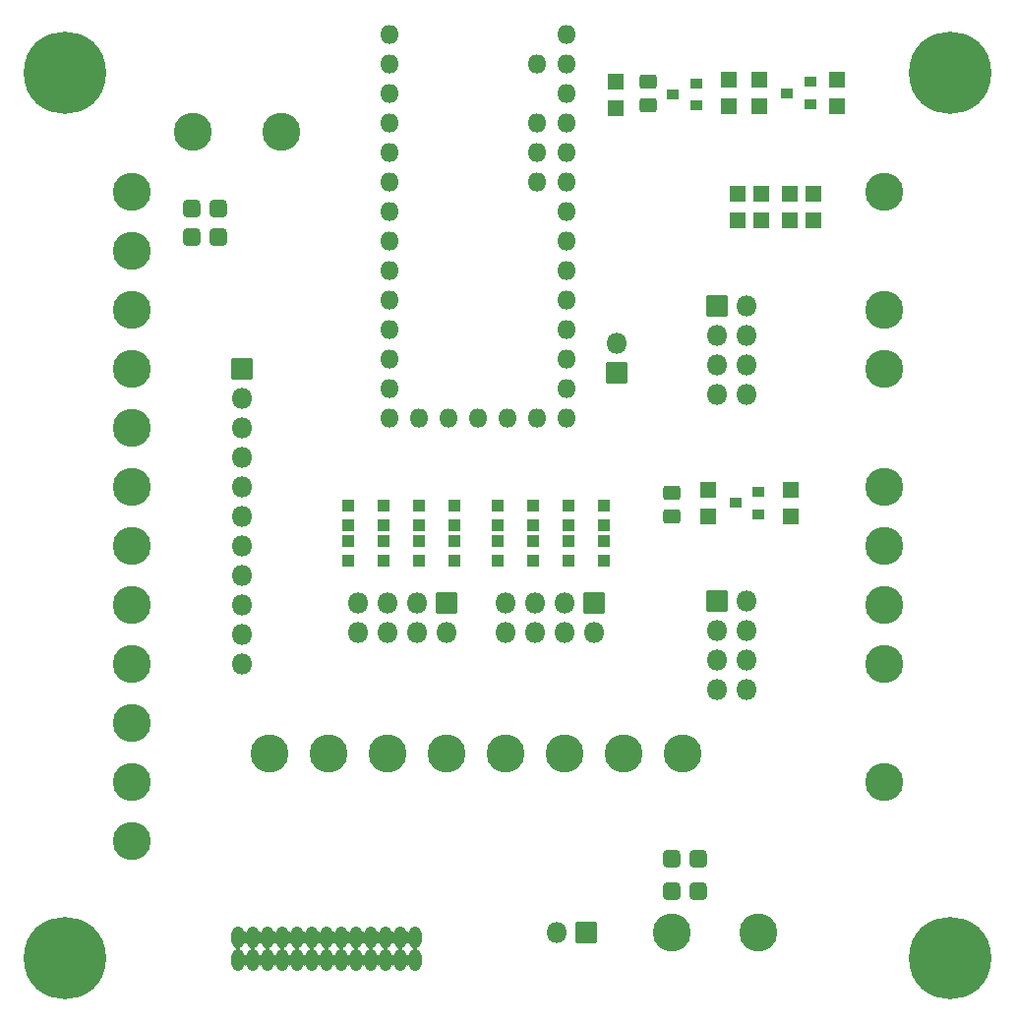
<source format=gbr>
G04 #@! TF.GenerationSoftware,KiCad,Pcbnew,(6.0.1)*
G04 #@! TF.CreationDate,2022-10-16T00:11:51-04:00*
G04 #@! TF.ProjectId,Teensy-Breakout-v6,5465656e-7379-42d4-9272-65616b6f7574,rev?*
G04 #@! TF.SameCoordinates,Original*
G04 #@! TF.FileFunction,Soldermask,Top*
G04 #@! TF.FilePolarity,Negative*
%FSLAX46Y46*%
G04 Gerber Fmt 4.6, Leading zero omitted, Abs format (unit mm)*
G04 Created by KiCad (PCBNEW (6.0.1)) date 2022-10-16 00:11:51*
%MOMM*%
%LPD*%
G01*
G04 APERTURE LIST*
G04 Aperture macros list*
%AMRoundRect*
0 Rectangle with rounded corners*
0 $1 Rounding radius*
0 $2 $3 $4 $5 $6 $7 $8 $9 X,Y pos of 4 corners*
0 Add a 4 corners polygon primitive as box body*
4,1,4,$2,$3,$4,$5,$6,$7,$8,$9,$2,$3,0*
0 Add four circle primitives for the rounded corners*
1,1,$1+$1,$2,$3*
1,1,$1+$1,$4,$5*
1,1,$1+$1,$6,$7*
1,1,$1+$1,$8,$9*
0 Add four rect primitives between the rounded corners*
20,1,$1+$1,$2,$3,$4,$5,0*
20,1,$1+$1,$4,$5,$6,$7,0*
20,1,$1+$1,$6,$7,$8,$9,0*
20,1,$1+$1,$8,$9,$2,$3,0*%
G04 Aperture macros list end*
%ADD10RoundRect,0.050800X-0.450000X0.475000X-0.450000X-0.475000X0.450000X-0.475000X0.450000X0.475000X0*%
%ADD11RoundRect,0.300800X-0.450000X0.325000X-0.450000X-0.325000X0.450000X-0.325000X0.450000X0.325000X0*%
%ADD12RoundRect,0.050800X0.450000X0.400000X-0.450000X0.400000X-0.450000X-0.400000X0.450000X-0.400000X0*%
%ADD13RoundRect,0.050800X0.650000X-0.650000X0.650000X0.650000X-0.650000X0.650000X-0.650000X-0.650000X0*%
%ADD14RoundRect,0.050800X-0.650000X0.650000X-0.650000X-0.650000X0.650000X-0.650000X0.650000X0.650000X0*%
%ADD15C,7.086600*%
%ADD16C,3.276600*%
%ADD17RoundRect,0.300800X0.450000X-0.325000X0.450000X0.325000X-0.450000X0.325000X-0.450000X-0.325000X0*%
%ADD18O,1.625600X1.625600*%
%ADD19RoundRect,0.353949X-0.395351X-0.395351X0.395351X-0.395351X0.395351X0.395351X-0.395351X0.395351X0*%
%ADD20O,1.117600X1.879600*%
%ADD21RoundRect,0.050800X-0.850000X-0.850000X0.850000X-0.850000X0.850000X0.850000X-0.850000X0.850000X0*%
%ADD22O,1.801600X1.801600*%
%ADD23RoundRect,0.050800X-0.850000X0.850000X-0.850000X-0.850000X0.850000X-0.850000X0.850000X0.850000X0*%
%ADD24RoundRect,0.050800X0.850000X0.850000X-0.850000X0.850000X-0.850000X-0.850000X0.850000X-0.850000X0*%
G04 APERTURE END LIST*
D10*
X110617000Y-104824000D03*
X110617000Y-103124000D03*
D11*
X135382000Y-98987500D03*
X135382000Y-101037500D03*
D12*
X137462199Y-63744099D03*
X137462199Y-65644099D03*
X135462199Y-64694099D03*
D13*
X138557000Y-101035500D03*
X138557000Y-98735500D03*
D14*
X145669000Y-98735500D03*
X145669000Y-101035500D03*
X140284200Y-63454900D03*
X140284200Y-65754900D03*
D15*
X83185000Y-139065000D03*
D16*
X135382000Y-136842500D03*
D17*
X133350000Y-65604500D03*
X133350000Y-63554500D03*
D16*
X142875000Y-136842500D03*
D13*
X145542000Y-75572000D03*
X145542000Y-73272000D03*
D18*
X111125000Y-59499500D03*
X111125000Y-62039500D03*
X111125000Y-64579500D03*
X111125000Y-67119500D03*
X111125000Y-69659500D03*
X111125000Y-72199500D03*
X111125000Y-74739500D03*
X111125000Y-77279500D03*
X111125000Y-79819500D03*
X111125000Y-82359500D03*
X111125000Y-84899500D03*
X111125000Y-87439500D03*
X111125000Y-89979500D03*
X111125000Y-92519500D03*
X113665000Y-92519500D03*
X116205000Y-92519500D03*
X118745000Y-92519500D03*
X121285000Y-92519500D03*
X123825000Y-92519500D03*
X126365000Y-92519500D03*
X126365000Y-89979500D03*
X126365000Y-87439500D03*
X126365000Y-84899500D03*
X126365000Y-82359500D03*
X126365000Y-79819500D03*
X126365000Y-77279500D03*
X126365000Y-74739500D03*
X126365000Y-72199500D03*
X126365000Y-69659500D03*
X126365000Y-67119500D03*
X126365000Y-64579500D03*
X126365000Y-62039500D03*
X126365000Y-59499500D03*
X123825000Y-62039500D03*
X123825000Y-67119500D03*
X123825000Y-69659500D03*
X123825000Y-72199500D03*
D16*
X153670000Y-98488500D03*
X153670000Y-88328500D03*
X153670000Y-83248500D03*
X153670000Y-108648500D03*
X153670000Y-103568500D03*
X88900000Y-123888500D03*
X88900000Y-118808500D03*
X88900000Y-113728500D03*
X88900000Y-108648500D03*
X88900000Y-103568500D03*
X88900000Y-98488500D03*
X88900000Y-93408500D03*
X88900000Y-88328500D03*
X88900000Y-83248500D03*
X88900000Y-78168500D03*
D19*
X135382000Y-130492500D03*
X137668000Y-130492500D03*
X135382000Y-133286500D03*
X137668000Y-133286500D03*
D13*
X141097000Y-75572000D03*
X141097000Y-73272000D03*
D14*
X130556000Y-63556500D03*
X130556000Y-65856500D03*
D13*
X142925800Y-65754900D03*
X142925800Y-63454900D03*
D12*
X147304000Y-63629500D03*
X147304000Y-65529500D03*
X145304000Y-64579500D03*
X142859000Y-98916501D03*
X142859000Y-100816501D03*
X140859000Y-99866501D03*
D20*
X113284000Y-137248900D03*
X113284000Y-139230100D03*
X112014000Y-137248900D03*
X112014000Y-139230100D03*
X110744000Y-137248900D03*
X110744000Y-139230100D03*
X109474000Y-137248900D03*
X109474000Y-139230100D03*
X108204000Y-137248900D03*
X108204000Y-139230100D03*
X106934000Y-137248900D03*
X106934000Y-139230100D03*
X105664000Y-137248900D03*
X105664000Y-139230100D03*
X104394000Y-137248900D03*
X104394000Y-139230100D03*
X103124000Y-137248900D03*
X103124000Y-139230100D03*
X101854000Y-137248900D03*
X101854000Y-139230100D03*
X100584000Y-137248900D03*
X100584000Y-139230100D03*
X99314000Y-137248900D03*
X99314000Y-139230100D03*
X98044000Y-137248900D03*
X98044000Y-139230100D03*
D16*
X88900000Y-128968500D03*
X153670000Y-73088500D03*
X88900000Y-73088500D03*
D15*
X83185000Y-62865000D03*
X159385000Y-139065000D03*
X159385000Y-62865000D03*
D16*
X153670000Y-123888500D03*
X153670000Y-113728500D03*
D13*
X149606000Y-65729500D03*
X149606000Y-63429500D03*
D21*
X139319000Y-82867500D03*
D22*
X141859000Y-82867500D03*
X139319000Y-85407500D03*
X141859000Y-85407500D03*
X139319000Y-87947500D03*
X141859000Y-87947500D03*
X139319000Y-90487500D03*
X141859000Y-90487500D03*
D21*
X139319000Y-108267500D03*
D22*
X141859000Y-108267500D03*
X139319000Y-110807500D03*
X141859000Y-110807500D03*
X139319000Y-113347500D03*
X141859000Y-113347500D03*
X139319000Y-115887500D03*
X141859000Y-115887500D03*
D21*
X98425000Y-88328500D03*
D22*
X98425000Y-90868500D03*
X98425000Y-93408500D03*
X98425000Y-95948500D03*
X98425000Y-98488500D03*
X98425000Y-101028500D03*
X98425000Y-103568500D03*
X98425000Y-106108500D03*
X98425000Y-108648500D03*
X98425000Y-111188500D03*
X98425000Y-113728500D03*
D23*
X128016000Y-136842500D03*
D22*
X125476000Y-136842500D03*
D10*
X107569000Y-101776000D03*
X107569000Y-100076000D03*
D23*
X128704500Y-108453000D03*
D22*
X128704500Y-110993000D03*
X126164500Y-108453000D03*
X126164500Y-110993000D03*
X123624500Y-108453000D03*
X123624500Y-110993000D03*
X121084500Y-108453000D03*
X121084500Y-110993000D03*
D16*
X100787200Y-121412000D03*
X110947200Y-121412000D03*
D19*
X94107000Y-74549000D03*
X96393000Y-74549000D03*
D10*
X116713000Y-103124000D03*
X116713000Y-104824000D03*
D16*
X136347200Y-121412000D03*
D10*
X113665000Y-100076000D03*
X113665000Y-101776000D03*
D16*
X101750000Y-67945000D03*
D13*
X143129000Y-75572000D03*
X143129000Y-73272000D03*
D10*
X120396000Y-101776000D03*
X120396000Y-100076000D03*
X129540000Y-101776000D03*
X129540000Y-100076000D03*
X116713000Y-100076000D03*
X116713000Y-101776000D03*
D16*
X121107200Y-121412000D03*
X94130000Y-67945000D03*
D10*
X110617000Y-101776000D03*
X110617000Y-100076000D03*
D13*
X147574000Y-75572000D03*
X147574000Y-73272000D03*
D22*
X108384500Y-110993000D03*
X108384500Y-108453000D03*
X110924500Y-110993000D03*
X110924500Y-108453000D03*
X113464500Y-110993000D03*
X113464500Y-108453000D03*
X116004500Y-110993000D03*
D23*
X116004500Y-108453000D03*
D16*
X105867200Y-121412000D03*
D10*
X123444000Y-100076000D03*
X123444000Y-101776000D03*
X126492000Y-100076000D03*
X126492000Y-101776000D03*
D16*
X131267200Y-121412000D03*
D10*
X120396000Y-104824000D03*
X120396000Y-103124000D03*
X107569000Y-104824000D03*
X107569000Y-103124000D03*
D16*
X116027200Y-121412000D03*
X126187200Y-121412000D03*
D10*
X129540000Y-104824000D03*
X129540000Y-103124000D03*
X123444000Y-104824000D03*
X123444000Y-103124000D03*
X126492000Y-104824000D03*
X126492000Y-103124000D03*
D24*
X130683000Y-88646000D03*
D22*
X130683000Y-86106000D03*
D19*
X94107000Y-76962000D03*
X96393000Y-76962000D03*
D10*
X113665000Y-104824000D03*
X113665000Y-103124000D03*
G36*
X101332009Y-138665530D02*
G01*
X101332369Y-138667338D01*
X101303175Y-138767826D01*
X101297200Y-138849178D01*
X101297200Y-139610968D01*
X101316244Y-139749991D01*
X101315489Y-139751842D01*
X101313507Y-139752114D01*
X101312702Y-139751512D01*
X101273985Y-139703185D01*
X101214672Y-139686959D01*
X101157096Y-139708715D01*
X101126467Y-139750411D01*
X101109415Y-139794147D01*
X101107855Y-139795397D01*
X101105991Y-139794670D01*
X101105631Y-139792862D01*
X101134825Y-139692374D01*
X101140800Y-139611022D01*
X101140800Y-138849232D01*
X101121756Y-138710209D01*
X101122511Y-138708358D01*
X101124493Y-138708086D01*
X101125298Y-138708688D01*
X101164015Y-138757015D01*
X101223328Y-138773241D01*
X101280904Y-138751485D01*
X101311533Y-138709789D01*
X101328585Y-138666053D01*
X101330145Y-138664803D01*
X101332009Y-138665530D01*
G37*
G36*
X100062009Y-138665530D02*
G01*
X100062369Y-138667338D01*
X100033175Y-138767826D01*
X100027200Y-138849178D01*
X100027200Y-139610968D01*
X100046244Y-139749991D01*
X100045489Y-139751842D01*
X100043507Y-139752114D01*
X100042702Y-139751512D01*
X100003985Y-139703185D01*
X99944672Y-139686959D01*
X99887096Y-139708715D01*
X99856467Y-139750411D01*
X99839415Y-139794147D01*
X99837855Y-139795397D01*
X99835991Y-139794670D01*
X99835631Y-139792862D01*
X99864825Y-139692374D01*
X99870800Y-139611022D01*
X99870800Y-138849232D01*
X99851756Y-138710209D01*
X99852511Y-138708358D01*
X99854493Y-138708086D01*
X99855298Y-138708688D01*
X99894015Y-138757015D01*
X99953328Y-138773241D01*
X100010904Y-138751485D01*
X100041533Y-138709789D01*
X100058585Y-138666053D01*
X100060145Y-138664803D01*
X100062009Y-138665530D01*
G37*
G36*
X112762009Y-138665530D02*
G01*
X112762369Y-138667338D01*
X112733175Y-138767826D01*
X112727200Y-138849178D01*
X112727200Y-139610968D01*
X112746244Y-139749991D01*
X112745489Y-139751842D01*
X112743507Y-139752114D01*
X112742702Y-139751512D01*
X112703985Y-139703185D01*
X112644672Y-139686959D01*
X112587096Y-139708715D01*
X112556467Y-139750411D01*
X112539415Y-139794147D01*
X112537855Y-139795397D01*
X112535991Y-139794670D01*
X112535631Y-139792862D01*
X112564825Y-139692374D01*
X112570800Y-139611022D01*
X112570800Y-138849232D01*
X112551756Y-138710209D01*
X112552511Y-138708358D01*
X112554493Y-138708086D01*
X112555298Y-138708688D01*
X112594015Y-138757015D01*
X112653328Y-138773241D01*
X112710904Y-138751485D01*
X112741533Y-138709789D01*
X112758585Y-138666053D01*
X112760145Y-138664803D01*
X112762009Y-138665530D01*
G37*
G36*
X98792009Y-138665530D02*
G01*
X98792369Y-138667338D01*
X98763175Y-138767826D01*
X98757200Y-138849178D01*
X98757200Y-139610968D01*
X98776244Y-139749991D01*
X98775489Y-139751842D01*
X98773507Y-139752114D01*
X98772702Y-139751512D01*
X98733985Y-139703185D01*
X98674672Y-139686959D01*
X98617096Y-139708715D01*
X98586467Y-139750411D01*
X98569415Y-139794147D01*
X98567855Y-139795397D01*
X98565991Y-139794670D01*
X98565631Y-139792862D01*
X98594825Y-139692374D01*
X98600800Y-139611022D01*
X98600800Y-138849232D01*
X98581756Y-138710209D01*
X98582511Y-138708358D01*
X98584493Y-138708086D01*
X98585298Y-138708688D01*
X98624015Y-138757015D01*
X98683328Y-138773241D01*
X98740904Y-138751485D01*
X98771533Y-138709789D01*
X98788585Y-138666053D01*
X98790145Y-138664803D01*
X98792009Y-138665530D01*
G37*
G36*
X111492009Y-138665530D02*
G01*
X111492369Y-138667338D01*
X111463175Y-138767826D01*
X111457200Y-138849178D01*
X111457200Y-139610968D01*
X111476244Y-139749991D01*
X111475489Y-139751842D01*
X111473507Y-139752114D01*
X111472702Y-139751512D01*
X111433985Y-139703185D01*
X111374672Y-139686959D01*
X111317096Y-139708715D01*
X111286467Y-139750411D01*
X111269415Y-139794147D01*
X111267855Y-139795397D01*
X111265991Y-139794670D01*
X111265631Y-139792862D01*
X111294825Y-139692374D01*
X111300800Y-139611022D01*
X111300800Y-138849232D01*
X111281756Y-138710209D01*
X111282511Y-138708358D01*
X111284493Y-138708086D01*
X111285298Y-138708688D01*
X111324015Y-138757015D01*
X111383328Y-138773241D01*
X111440904Y-138751485D01*
X111471533Y-138709789D01*
X111488585Y-138666053D01*
X111490145Y-138664803D01*
X111492009Y-138665530D01*
G37*
G36*
X106412009Y-138665530D02*
G01*
X106412369Y-138667338D01*
X106383175Y-138767826D01*
X106377200Y-138849178D01*
X106377200Y-139610968D01*
X106396244Y-139749991D01*
X106395489Y-139751842D01*
X106393507Y-139752114D01*
X106392702Y-139751512D01*
X106353985Y-139703185D01*
X106294672Y-139686959D01*
X106237096Y-139708715D01*
X106206467Y-139750411D01*
X106189415Y-139794147D01*
X106187855Y-139795397D01*
X106185991Y-139794670D01*
X106185631Y-139792862D01*
X106214825Y-139692374D01*
X106220800Y-139611022D01*
X106220800Y-138849232D01*
X106201756Y-138710209D01*
X106202511Y-138708358D01*
X106204493Y-138708086D01*
X106205298Y-138708688D01*
X106244015Y-138757015D01*
X106303328Y-138773241D01*
X106360904Y-138751485D01*
X106391533Y-138709789D01*
X106408585Y-138666053D01*
X106410145Y-138664803D01*
X106412009Y-138665530D01*
G37*
G36*
X107682009Y-138665530D02*
G01*
X107682369Y-138667338D01*
X107653175Y-138767826D01*
X107647200Y-138849178D01*
X107647200Y-139610968D01*
X107666244Y-139749991D01*
X107665489Y-139751842D01*
X107663507Y-139752114D01*
X107662702Y-139751512D01*
X107623985Y-139703185D01*
X107564672Y-139686959D01*
X107507096Y-139708715D01*
X107476467Y-139750411D01*
X107459415Y-139794147D01*
X107457855Y-139795397D01*
X107455991Y-139794670D01*
X107455631Y-139792862D01*
X107484825Y-139692374D01*
X107490800Y-139611022D01*
X107490800Y-138849232D01*
X107471756Y-138710209D01*
X107472511Y-138708358D01*
X107474493Y-138708086D01*
X107475298Y-138708688D01*
X107514015Y-138757015D01*
X107573328Y-138773241D01*
X107630904Y-138751485D01*
X107661533Y-138709789D01*
X107678585Y-138666053D01*
X107680145Y-138664803D01*
X107682009Y-138665530D01*
G37*
G36*
X108952009Y-138665530D02*
G01*
X108952369Y-138667338D01*
X108923175Y-138767826D01*
X108917200Y-138849178D01*
X108917200Y-139610968D01*
X108936244Y-139749991D01*
X108935489Y-139751842D01*
X108933507Y-139752114D01*
X108932702Y-139751512D01*
X108893985Y-139703185D01*
X108834672Y-139686959D01*
X108777096Y-139708715D01*
X108746467Y-139750411D01*
X108729415Y-139794147D01*
X108727855Y-139795397D01*
X108725991Y-139794670D01*
X108725631Y-139792862D01*
X108754825Y-139692374D01*
X108760800Y-139611022D01*
X108760800Y-138849232D01*
X108741756Y-138710209D01*
X108742511Y-138708358D01*
X108744493Y-138708086D01*
X108745298Y-138708688D01*
X108784015Y-138757015D01*
X108843328Y-138773241D01*
X108900904Y-138751485D01*
X108931533Y-138709789D01*
X108948585Y-138666053D01*
X108950145Y-138664803D01*
X108952009Y-138665530D01*
G37*
G36*
X103872009Y-138665530D02*
G01*
X103872369Y-138667338D01*
X103843175Y-138767826D01*
X103837200Y-138849178D01*
X103837200Y-139610968D01*
X103856244Y-139749991D01*
X103855489Y-139751842D01*
X103853507Y-139752114D01*
X103852702Y-139751512D01*
X103813985Y-139703185D01*
X103754672Y-139686959D01*
X103697096Y-139708715D01*
X103666467Y-139750411D01*
X103649415Y-139794147D01*
X103647855Y-139795397D01*
X103645991Y-139794670D01*
X103645631Y-139792862D01*
X103674825Y-139692374D01*
X103680800Y-139611022D01*
X103680800Y-138849232D01*
X103661756Y-138710209D01*
X103662511Y-138708358D01*
X103664493Y-138708086D01*
X103665298Y-138708688D01*
X103704015Y-138757015D01*
X103763328Y-138773241D01*
X103820904Y-138751485D01*
X103851533Y-138709789D01*
X103868585Y-138666053D01*
X103870145Y-138664803D01*
X103872009Y-138665530D01*
G37*
G36*
X110222009Y-138665530D02*
G01*
X110222369Y-138667338D01*
X110193175Y-138767826D01*
X110187200Y-138849178D01*
X110187200Y-139610968D01*
X110206244Y-139749991D01*
X110205489Y-139751842D01*
X110203507Y-139752114D01*
X110202702Y-139751512D01*
X110163985Y-139703185D01*
X110104672Y-139686959D01*
X110047096Y-139708715D01*
X110016467Y-139750411D01*
X109999415Y-139794147D01*
X109997855Y-139795397D01*
X109995991Y-139794670D01*
X109995631Y-139792862D01*
X110024825Y-139692374D01*
X110030800Y-139611022D01*
X110030800Y-138849232D01*
X110011756Y-138710209D01*
X110012511Y-138708358D01*
X110014493Y-138708086D01*
X110015298Y-138708688D01*
X110054015Y-138757015D01*
X110113328Y-138773241D01*
X110170904Y-138751485D01*
X110201533Y-138709789D01*
X110218585Y-138666053D01*
X110220145Y-138664803D01*
X110222009Y-138665530D01*
G37*
G36*
X105142009Y-138665530D02*
G01*
X105142369Y-138667338D01*
X105113175Y-138767826D01*
X105107200Y-138849178D01*
X105107200Y-139610968D01*
X105126244Y-139749991D01*
X105125489Y-139751842D01*
X105123507Y-139752114D01*
X105122702Y-139751512D01*
X105083985Y-139703185D01*
X105024672Y-139686959D01*
X104967096Y-139708715D01*
X104936467Y-139750411D01*
X104919415Y-139794147D01*
X104917855Y-139795397D01*
X104915991Y-139794670D01*
X104915631Y-139792862D01*
X104944825Y-139692374D01*
X104950800Y-139611022D01*
X104950800Y-138849232D01*
X104931756Y-138710209D01*
X104932511Y-138708358D01*
X104934493Y-138708086D01*
X104935298Y-138708688D01*
X104974015Y-138757015D01*
X105033328Y-138773241D01*
X105090904Y-138751485D01*
X105121533Y-138709789D01*
X105138585Y-138666053D01*
X105140145Y-138664803D01*
X105142009Y-138665530D01*
G37*
G36*
X102602009Y-138665530D02*
G01*
X102602369Y-138667338D01*
X102573175Y-138767826D01*
X102567200Y-138849178D01*
X102567200Y-139610968D01*
X102586244Y-139749991D01*
X102585489Y-139751842D01*
X102583507Y-139752114D01*
X102582702Y-139751512D01*
X102543985Y-139703185D01*
X102484672Y-139686959D01*
X102427096Y-139708715D01*
X102396467Y-139750411D01*
X102379415Y-139794147D01*
X102377855Y-139795397D01*
X102375991Y-139794670D01*
X102375631Y-139792862D01*
X102404825Y-139692374D01*
X102410800Y-139611022D01*
X102410800Y-138849232D01*
X102391756Y-138710209D01*
X102392511Y-138708358D01*
X102394493Y-138708086D01*
X102395298Y-138708688D01*
X102434015Y-138757015D01*
X102493328Y-138773241D01*
X102550904Y-138751485D01*
X102581533Y-138709789D01*
X102598585Y-138666053D01*
X102600145Y-138664803D01*
X102602009Y-138665530D01*
G37*
G36*
X108518852Y-138089706D02*
G01*
X108519760Y-138091488D01*
X108519079Y-138092889D01*
X108518992Y-138092965D01*
X108518593Y-138093236D01*
X108407680Y-138150483D01*
X108364190Y-138194431D01*
X108354888Y-138255215D01*
X108383174Y-138310017D01*
X108406599Y-138327224D01*
X108431941Y-138340642D01*
X108433004Y-138342337D01*
X108432068Y-138344104D01*
X108430328Y-138344292D01*
X108319762Y-138304486D01*
X108169040Y-138293418D01*
X108020892Y-138323289D01*
X107891145Y-138389399D01*
X107889148Y-138389294D01*
X107888240Y-138387512D01*
X107888921Y-138386111D01*
X107889008Y-138386035D01*
X107889407Y-138385764D01*
X108000320Y-138328517D01*
X108043810Y-138284569D01*
X108053112Y-138223785D01*
X108024826Y-138168983D01*
X108001401Y-138151776D01*
X107976059Y-138138358D01*
X107974996Y-138136663D01*
X107975932Y-138134896D01*
X107977672Y-138134708D01*
X108088238Y-138174514D01*
X108238960Y-138185582D01*
X108387108Y-138155711D01*
X108516855Y-138089601D01*
X108518852Y-138089706D01*
G37*
G36*
X112328852Y-138089706D02*
G01*
X112329760Y-138091488D01*
X112329079Y-138092889D01*
X112328992Y-138092965D01*
X112328593Y-138093236D01*
X112217680Y-138150483D01*
X112174190Y-138194431D01*
X112164888Y-138255215D01*
X112193174Y-138310017D01*
X112216599Y-138327224D01*
X112241941Y-138340642D01*
X112243004Y-138342337D01*
X112242068Y-138344104D01*
X112240328Y-138344292D01*
X112129762Y-138304486D01*
X111979040Y-138293418D01*
X111830892Y-138323289D01*
X111701145Y-138389399D01*
X111699148Y-138389294D01*
X111698240Y-138387512D01*
X111698921Y-138386111D01*
X111699008Y-138386035D01*
X111699407Y-138385764D01*
X111810320Y-138328517D01*
X111853810Y-138284569D01*
X111863112Y-138223785D01*
X111834826Y-138168983D01*
X111811401Y-138151776D01*
X111786059Y-138138358D01*
X111784996Y-138136663D01*
X111785932Y-138134896D01*
X111787672Y-138134708D01*
X111898238Y-138174514D01*
X112048960Y-138185582D01*
X112197108Y-138155711D01*
X112326855Y-138089601D01*
X112328852Y-138089706D01*
G37*
G36*
X113598852Y-138089706D02*
G01*
X113599760Y-138091488D01*
X113599079Y-138092889D01*
X113598992Y-138092965D01*
X113598593Y-138093236D01*
X113487680Y-138150483D01*
X113444190Y-138194431D01*
X113434888Y-138255215D01*
X113463174Y-138310017D01*
X113486599Y-138327224D01*
X113511941Y-138340642D01*
X113513004Y-138342337D01*
X113512068Y-138344104D01*
X113510328Y-138344292D01*
X113399762Y-138304486D01*
X113249040Y-138293418D01*
X113100892Y-138323289D01*
X112971145Y-138389399D01*
X112969148Y-138389294D01*
X112968240Y-138387512D01*
X112968921Y-138386111D01*
X112969008Y-138386035D01*
X112969407Y-138385764D01*
X113080320Y-138328517D01*
X113123810Y-138284569D01*
X113133112Y-138223785D01*
X113104826Y-138168983D01*
X113081401Y-138151776D01*
X113056059Y-138138358D01*
X113054996Y-138136663D01*
X113055932Y-138134896D01*
X113057672Y-138134708D01*
X113168238Y-138174514D01*
X113318960Y-138185582D01*
X113467108Y-138155711D01*
X113596855Y-138089601D01*
X113598852Y-138089706D01*
G37*
G36*
X103438852Y-138089706D02*
G01*
X103439760Y-138091488D01*
X103439079Y-138092889D01*
X103438992Y-138092965D01*
X103438593Y-138093236D01*
X103327680Y-138150483D01*
X103284190Y-138194431D01*
X103274888Y-138255215D01*
X103303174Y-138310017D01*
X103326599Y-138327224D01*
X103351941Y-138340642D01*
X103353004Y-138342337D01*
X103352068Y-138344104D01*
X103350328Y-138344292D01*
X103239762Y-138304486D01*
X103089040Y-138293418D01*
X102940892Y-138323289D01*
X102811145Y-138389399D01*
X102809148Y-138389294D01*
X102808240Y-138387512D01*
X102808921Y-138386111D01*
X102809008Y-138386035D01*
X102809407Y-138385764D01*
X102920320Y-138328517D01*
X102963810Y-138284569D01*
X102973112Y-138223785D01*
X102944826Y-138168983D01*
X102921401Y-138151776D01*
X102896059Y-138138358D01*
X102894996Y-138136663D01*
X102895932Y-138134896D01*
X102897672Y-138134708D01*
X103008238Y-138174514D01*
X103158960Y-138185582D01*
X103307108Y-138155711D01*
X103436855Y-138089601D01*
X103438852Y-138089706D01*
G37*
G36*
X107248852Y-138089706D02*
G01*
X107249760Y-138091488D01*
X107249079Y-138092889D01*
X107248992Y-138092965D01*
X107248593Y-138093236D01*
X107137680Y-138150483D01*
X107094190Y-138194431D01*
X107084888Y-138255215D01*
X107113174Y-138310017D01*
X107136599Y-138327224D01*
X107161941Y-138340642D01*
X107163004Y-138342337D01*
X107162068Y-138344104D01*
X107160328Y-138344292D01*
X107049762Y-138304486D01*
X106899040Y-138293418D01*
X106750892Y-138323289D01*
X106621145Y-138389399D01*
X106619148Y-138389294D01*
X106618240Y-138387512D01*
X106618921Y-138386111D01*
X106619008Y-138386035D01*
X106619407Y-138385764D01*
X106730320Y-138328517D01*
X106773810Y-138284569D01*
X106783112Y-138223785D01*
X106754826Y-138168983D01*
X106731401Y-138151776D01*
X106706059Y-138138358D01*
X106704996Y-138136663D01*
X106705932Y-138134896D01*
X106707672Y-138134708D01*
X106818238Y-138174514D01*
X106968960Y-138185582D01*
X107117108Y-138155711D01*
X107246855Y-138089601D01*
X107248852Y-138089706D01*
G37*
G36*
X109788852Y-138089706D02*
G01*
X109789760Y-138091488D01*
X109789079Y-138092889D01*
X109788992Y-138092965D01*
X109788593Y-138093236D01*
X109677680Y-138150483D01*
X109634190Y-138194431D01*
X109624888Y-138255215D01*
X109653174Y-138310017D01*
X109676599Y-138327224D01*
X109701941Y-138340642D01*
X109703004Y-138342337D01*
X109702068Y-138344104D01*
X109700328Y-138344292D01*
X109589762Y-138304486D01*
X109439040Y-138293418D01*
X109290892Y-138323289D01*
X109161145Y-138389399D01*
X109159148Y-138389294D01*
X109158240Y-138387512D01*
X109158921Y-138386111D01*
X109159008Y-138386035D01*
X109159407Y-138385764D01*
X109270320Y-138328517D01*
X109313810Y-138284569D01*
X109323112Y-138223785D01*
X109294826Y-138168983D01*
X109271401Y-138151776D01*
X109246059Y-138138358D01*
X109244996Y-138136663D01*
X109245932Y-138134896D01*
X109247672Y-138134708D01*
X109358238Y-138174514D01*
X109508960Y-138185582D01*
X109657108Y-138155711D01*
X109786855Y-138089601D01*
X109788852Y-138089706D01*
G37*
G36*
X105978852Y-138089706D02*
G01*
X105979760Y-138091488D01*
X105979079Y-138092889D01*
X105978992Y-138092965D01*
X105978593Y-138093236D01*
X105867680Y-138150483D01*
X105824190Y-138194431D01*
X105814888Y-138255215D01*
X105843174Y-138310017D01*
X105866599Y-138327224D01*
X105891941Y-138340642D01*
X105893004Y-138342337D01*
X105892068Y-138344104D01*
X105890328Y-138344292D01*
X105779762Y-138304486D01*
X105629040Y-138293418D01*
X105480892Y-138323289D01*
X105351145Y-138389399D01*
X105349148Y-138389294D01*
X105348240Y-138387512D01*
X105348921Y-138386111D01*
X105349008Y-138386035D01*
X105349407Y-138385764D01*
X105460320Y-138328517D01*
X105503810Y-138284569D01*
X105513112Y-138223785D01*
X105484826Y-138168983D01*
X105461401Y-138151776D01*
X105436059Y-138138358D01*
X105434996Y-138136663D01*
X105435932Y-138134896D01*
X105437672Y-138134708D01*
X105548238Y-138174514D01*
X105698960Y-138185582D01*
X105847108Y-138155711D01*
X105976855Y-138089601D01*
X105978852Y-138089706D01*
G37*
G36*
X102168852Y-138089706D02*
G01*
X102169760Y-138091488D01*
X102169079Y-138092889D01*
X102168992Y-138092965D01*
X102168593Y-138093236D01*
X102057680Y-138150483D01*
X102014190Y-138194431D01*
X102004888Y-138255215D01*
X102033174Y-138310017D01*
X102056599Y-138327224D01*
X102081941Y-138340642D01*
X102083004Y-138342337D01*
X102082068Y-138344104D01*
X102080328Y-138344292D01*
X101969762Y-138304486D01*
X101819040Y-138293418D01*
X101670892Y-138323289D01*
X101541145Y-138389399D01*
X101539148Y-138389294D01*
X101538240Y-138387512D01*
X101538921Y-138386111D01*
X101539008Y-138386035D01*
X101539407Y-138385764D01*
X101650320Y-138328517D01*
X101693810Y-138284569D01*
X101703112Y-138223785D01*
X101674826Y-138168983D01*
X101651401Y-138151776D01*
X101626059Y-138138358D01*
X101624996Y-138136663D01*
X101625932Y-138134896D01*
X101627672Y-138134708D01*
X101738238Y-138174514D01*
X101888960Y-138185582D01*
X102037108Y-138155711D01*
X102166855Y-138089601D01*
X102168852Y-138089706D01*
G37*
G36*
X98358852Y-138089706D02*
G01*
X98359760Y-138091488D01*
X98359079Y-138092889D01*
X98358992Y-138092965D01*
X98358593Y-138093236D01*
X98247680Y-138150483D01*
X98204190Y-138194431D01*
X98194888Y-138255215D01*
X98223174Y-138310017D01*
X98246599Y-138327224D01*
X98271941Y-138340642D01*
X98273004Y-138342337D01*
X98272068Y-138344104D01*
X98270328Y-138344292D01*
X98159762Y-138304486D01*
X98009040Y-138293418D01*
X97860892Y-138323289D01*
X97731145Y-138389399D01*
X97729148Y-138389294D01*
X97728240Y-138387512D01*
X97728921Y-138386111D01*
X97729008Y-138386035D01*
X97729407Y-138385764D01*
X97840320Y-138328517D01*
X97883810Y-138284569D01*
X97893112Y-138223785D01*
X97864826Y-138168983D01*
X97841401Y-138151776D01*
X97816059Y-138138358D01*
X97814996Y-138136663D01*
X97815932Y-138134896D01*
X97817672Y-138134708D01*
X97928238Y-138174514D01*
X98078960Y-138185582D01*
X98227108Y-138155711D01*
X98356855Y-138089601D01*
X98358852Y-138089706D01*
G37*
G36*
X111058852Y-138089706D02*
G01*
X111059760Y-138091488D01*
X111059079Y-138092889D01*
X111058992Y-138092965D01*
X111058593Y-138093236D01*
X110947680Y-138150483D01*
X110904190Y-138194431D01*
X110894888Y-138255215D01*
X110923174Y-138310017D01*
X110946599Y-138327224D01*
X110971941Y-138340642D01*
X110973004Y-138342337D01*
X110972068Y-138344104D01*
X110970328Y-138344292D01*
X110859762Y-138304486D01*
X110709040Y-138293418D01*
X110560892Y-138323289D01*
X110431145Y-138389399D01*
X110429148Y-138389294D01*
X110428240Y-138387512D01*
X110428921Y-138386111D01*
X110429008Y-138386035D01*
X110429407Y-138385764D01*
X110540320Y-138328517D01*
X110583810Y-138284569D01*
X110593112Y-138223785D01*
X110564826Y-138168983D01*
X110541401Y-138151776D01*
X110516059Y-138138358D01*
X110514996Y-138136663D01*
X110515932Y-138134896D01*
X110517672Y-138134708D01*
X110628238Y-138174514D01*
X110778960Y-138185582D01*
X110927108Y-138155711D01*
X111056855Y-138089601D01*
X111058852Y-138089706D01*
G37*
G36*
X99628852Y-138089706D02*
G01*
X99629760Y-138091488D01*
X99629079Y-138092889D01*
X99628992Y-138092965D01*
X99628593Y-138093236D01*
X99517680Y-138150483D01*
X99474190Y-138194431D01*
X99464888Y-138255215D01*
X99493174Y-138310017D01*
X99516599Y-138327224D01*
X99541941Y-138340642D01*
X99543004Y-138342337D01*
X99542068Y-138344104D01*
X99540328Y-138344292D01*
X99429762Y-138304486D01*
X99279040Y-138293418D01*
X99130892Y-138323289D01*
X99001145Y-138389399D01*
X98999148Y-138389294D01*
X98998240Y-138387512D01*
X98998921Y-138386111D01*
X98999008Y-138386035D01*
X98999407Y-138385764D01*
X99110320Y-138328517D01*
X99153810Y-138284569D01*
X99163112Y-138223785D01*
X99134826Y-138168983D01*
X99111401Y-138151776D01*
X99086059Y-138138358D01*
X99084996Y-138136663D01*
X99085932Y-138134896D01*
X99087672Y-138134708D01*
X99198238Y-138174514D01*
X99348960Y-138185582D01*
X99497108Y-138155711D01*
X99626855Y-138089601D01*
X99628852Y-138089706D01*
G37*
G36*
X100898852Y-138089706D02*
G01*
X100899760Y-138091488D01*
X100899079Y-138092889D01*
X100898992Y-138092965D01*
X100898593Y-138093236D01*
X100787680Y-138150483D01*
X100744190Y-138194431D01*
X100734888Y-138255215D01*
X100763174Y-138310017D01*
X100786599Y-138327224D01*
X100811941Y-138340642D01*
X100813004Y-138342337D01*
X100812068Y-138344104D01*
X100810328Y-138344292D01*
X100699762Y-138304486D01*
X100549040Y-138293418D01*
X100400892Y-138323289D01*
X100271145Y-138389399D01*
X100269148Y-138389294D01*
X100268240Y-138387512D01*
X100268921Y-138386111D01*
X100269008Y-138386035D01*
X100269407Y-138385764D01*
X100380320Y-138328517D01*
X100423810Y-138284569D01*
X100433112Y-138223785D01*
X100404826Y-138168983D01*
X100381401Y-138151776D01*
X100356059Y-138138358D01*
X100354996Y-138136663D01*
X100355932Y-138134896D01*
X100357672Y-138134708D01*
X100468238Y-138174514D01*
X100618960Y-138185582D01*
X100767108Y-138155711D01*
X100896855Y-138089601D01*
X100898852Y-138089706D01*
G37*
G36*
X104708852Y-138089706D02*
G01*
X104709760Y-138091488D01*
X104709079Y-138092889D01*
X104708992Y-138092965D01*
X104708593Y-138093236D01*
X104597680Y-138150483D01*
X104554190Y-138194431D01*
X104544888Y-138255215D01*
X104573174Y-138310017D01*
X104596599Y-138327224D01*
X104621941Y-138340642D01*
X104623004Y-138342337D01*
X104622068Y-138344104D01*
X104620328Y-138344292D01*
X104509762Y-138304486D01*
X104359040Y-138293418D01*
X104210892Y-138323289D01*
X104081145Y-138389399D01*
X104079148Y-138389294D01*
X104078240Y-138387512D01*
X104078921Y-138386111D01*
X104079008Y-138386035D01*
X104079407Y-138385764D01*
X104190320Y-138328517D01*
X104233810Y-138284569D01*
X104243112Y-138223785D01*
X104214826Y-138168983D01*
X104191401Y-138151776D01*
X104166059Y-138138358D01*
X104164996Y-138136663D01*
X104165932Y-138134896D01*
X104167672Y-138134708D01*
X104278238Y-138174514D01*
X104428960Y-138185582D01*
X104577108Y-138155711D01*
X104706855Y-138089601D01*
X104708852Y-138089706D01*
G37*
G36*
X101332009Y-136684330D02*
G01*
X101332369Y-136686138D01*
X101303175Y-136786626D01*
X101297200Y-136867978D01*
X101297200Y-137629768D01*
X101316244Y-137768791D01*
X101315489Y-137770642D01*
X101313507Y-137770914D01*
X101312702Y-137770312D01*
X101273985Y-137721985D01*
X101214672Y-137705759D01*
X101157096Y-137727515D01*
X101126467Y-137769211D01*
X101109415Y-137812947D01*
X101107855Y-137814197D01*
X101105991Y-137813470D01*
X101105631Y-137811662D01*
X101134825Y-137711174D01*
X101140800Y-137629822D01*
X101140800Y-136868032D01*
X101121756Y-136729009D01*
X101122511Y-136727158D01*
X101124493Y-136726886D01*
X101125298Y-136727488D01*
X101164015Y-136775815D01*
X101223328Y-136792041D01*
X101280904Y-136770285D01*
X101311533Y-136728589D01*
X101328585Y-136684853D01*
X101330145Y-136683603D01*
X101332009Y-136684330D01*
G37*
G36*
X103872009Y-136684330D02*
G01*
X103872369Y-136686138D01*
X103843175Y-136786626D01*
X103837200Y-136867978D01*
X103837200Y-137629768D01*
X103856244Y-137768791D01*
X103855489Y-137770642D01*
X103853507Y-137770914D01*
X103852702Y-137770312D01*
X103813985Y-137721985D01*
X103754672Y-137705759D01*
X103697096Y-137727515D01*
X103666467Y-137769211D01*
X103649415Y-137812947D01*
X103647855Y-137814197D01*
X103645991Y-137813470D01*
X103645631Y-137811662D01*
X103674825Y-137711174D01*
X103680800Y-137629822D01*
X103680800Y-136868032D01*
X103661756Y-136729009D01*
X103662511Y-136727158D01*
X103664493Y-136726886D01*
X103665298Y-136727488D01*
X103704015Y-136775815D01*
X103763328Y-136792041D01*
X103820904Y-136770285D01*
X103851533Y-136728589D01*
X103868585Y-136684853D01*
X103870145Y-136683603D01*
X103872009Y-136684330D01*
G37*
G36*
X100062009Y-136684330D02*
G01*
X100062369Y-136686138D01*
X100033175Y-136786626D01*
X100027200Y-136867978D01*
X100027200Y-137629768D01*
X100046244Y-137768791D01*
X100045489Y-137770642D01*
X100043507Y-137770914D01*
X100042702Y-137770312D01*
X100003985Y-137721985D01*
X99944672Y-137705759D01*
X99887096Y-137727515D01*
X99856467Y-137769211D01*
X99839415Y-137812947D01*
X99837855Y-137814197D01*
X99835991Y-137813470D01*
X99835631Y-137811662D01*
X99864825Y-137711174D01*
X99870800Y-137629822D01*
X99870800Y-136868032D01*
X99851756Y-136729009D01*
X99852511Y-136727158D01*
X99854493Y-136726886D01*
X99855298Y-136727488D01*
X99894015Y-136775815D01*
X99953328Y-136792041D01*
X100010904Y-136770285D01*
X100041533Y-136728589D01*
X100058585Y-136684853D01*
X100060145Y-136683603D01*
X100062009Y-136684330D01*
G37*
G36*
X110222009Y-136684330D02*
G01*
X110222369Y-136686138D01*
X110193175Y-136786626D01*
X110187200Y-136867978D01*
X110187200Y-137629768D01*
X110206244Y-137768791D01*
X110205489Y-137770642D01*
X110203507Y-137770914D01*
X110202702Y-137770312D01*
X110163985Y-137721985D01*
X110104672Y-137705759D01*
X110047096Y-137727515D01*
X110016467Y-137769211D01*
X109999415Y-137812947D01*
X109997855Y-137814197D01*
X109995991Y-137813470D01*
X109995631Y-137811662D01*
X110024825Y-137711174D01*
X110030800Y-137629822D01*
X110030800Y-136868032D01*
X110011756Y-136729009D01*
X110012511Y-136727158D01*
X110014493Y-136726886D01*
X110015298Y-136727488D01*
X110054015Y-136775815D01*
X110113328Y-136792041D01*
X110170904Y-136770285D01*
X110201533Y-136728589D01*
X110218585Y-136684853D01*
X110220145Y-136683603D01*
X110222009Y-136684330D01*
G37*
G36*
X108952009Y-136684330D02*
G01*
X108952369Y-136686138D01*
X108923175Y-136786626D01*
X108917200Y-136867978D01*
X108917200Y-137629768D01*
X108936244Y-137768791D01*
X108935489Y-137770642D01*
X108933507Y-137770914D01*
X108932702Y-137770312D01*
X108893985Y-137721985D01*
X108834672Y-137705759D01*
X108777096Y-137727515D01*
X108746467Y-137769211D01*
X108729415Y-137812947D01*
X108727855Y-137814197D01*
X108725991Y-137813470D01*
X108725631Y-137811662D01*
X108754825Y-137711174D01*
X108760800Y-137629822D01*
X108760800Y-136868032D01*
X108741756Y-136729009D01*
X108742511Y-136727158D01*
X108744493Y-136726886D01*
X108745298Y-136727488D01*
X108784015Y-136775815D01*
X108843328Y-136792041D01*
X108900904Y-136770285D01*
X108931533Y-136728589D01*
X108948585Y-136684853D01*
X108950145Y-136683603D01*
X108952009Y-136684330D01*
G37*
G36*
X107682009Y-136684330D02*
G01*
X107682369Y-136686138D01*
X107653175Y-136786626D01*
X107647200Y-136867978D01*
X107647200Y-137629768D01*
X107666244Y-137768791D01*
X107665489Y-137770642D01*
X107663507Y-137770914D01*
X107662702Y-137770312D01*
X107623985Y-137721985D01*
X107564672Y-137705759D01*
X107507096Y-137727515D01*
X107476467Y-137769211D01*
X107459415Y-137812947D01*
X107457855Y-137814197D01*
X107455991Y-137813470D01*
X107455631Y-137811662D01*
X107484825Y-137711174D01*
X107490800Y-137629822D01*
X107490800Y-136868032D01*
X107471756Y-136729009D01*
X107472511Y-136727158D01*
X107474493Y-136726886D01*
X107475298Y-136727488D01*
X107514015Y-136775815D01*
X107573328Y-136792041D01*
X107630904Y-136770285D01*
X107661533Y-136728589D01*
X107678585Y-136684853D01*
X107680145Y-136683603D01*
X107682009Y-136684330D01*
G37*
G36*
X112762009Y-136684330D02*
G01*
X112762369Y-136686138D01*
X112733175Y-136786626D01*
X112727200Y-136867978D01*
X112727200Y-137629768D01*
X112746244Y-137768791D01*
X112745489Y-137770642D01*
X112743507Y-137770914D01*
X112742702Y-137770312D01*
X112703985Y-137721985D01*
X112644672Y-137705759D01*
X112587096Y-137727515D01*
X112556467Y-137769211D01*
X112539415Y-137812947D01*
X112537855Y-137814197D01*
X112535991Y-137813470D01*
X112535631Y-137811662D01*
X112564825Y-137711174D01*
X112570800Y-137629822D01*
X112570800Y-136868032D01*
X112551756Y-136729009D01*
X112552511Y-136727158D01*
X112554493Y-136726886D01*
X112555298Y-136727488D01*
X112594015Y-136775815D01*
X112653328Y-136792041D01*
X112710904Y-136770285D01*
X112741533Y-136728589D01*
X112758585Y-136684853D01*
X112760145Y-136683603D01*
X112762009Y-136684330D01*
G37*
G36*
X106412009Y-136684330D02*
G01*
X106412369Y-136686138D01*
X106383175Y-136786626D01*
X106377200Y-136867978D01*
X106377200Y-137629768D01*
X106396244Y-137768791D01*
X106395489Y-137770642D01*
X106393507Y-137770914D01*
X106392702Y-137770312D01*
X106353985Y-137721985D01*
X106294672Y-137705759D01*
X106237096Y-137727515D01*
X106206467Y-137769211D01*
X106189415Y-137812947D01*
X106187855Y-137814197D01*
X106185991Y-137813470D01*
X106185631Y-137811662D01*
X106214825Y-137711174D01*
X106220800Y-137629822D01*
X106220800Y-136868032D01*
X106201756Y-136729009D01*
X106202511Y-136727158D01*
X106204493Y-136726886D01*
X106205298Y-136727488D01*
X106244015Y-136775815D01*
X106303328Y-136792041D01*
X106360904Y-136770285D01*
X106391533Y-136728589D01*
X106408585Y-136684853D01*
X106410145Y-136683603D01*
X106412009Y-136684330D01*
G37*
G36*
X102602009Y-136684330D02*
G01*
X102602369Y-136686138D01*
X102573175Y-136786626D01*
X102567200Y-136867978D01*
X102567200Y-137629768D01*
X102586244Y-137768791D01*
X102585489Y-137770642D01*
X102583507Y-137770914D01*
X102582702Y-137770312D01*
X102543985Y-137721985D01*
X102484672Y-137705759D01*
X102427096Y-137727515D01*
X102396467Y-137769211D01*
X102379415Y-137812947D01*
X102377855Y-137814197D01*
X102375991Y-137813470D01*
X102375631Y-137811662D01*
X102404825Y-137711174D01*
X102410800Y-137629822D01*
X102410800Y-136868032D01*
X102391756Y-136729009D01*
X102392511Y-136727158D01*
X102394493Y-136726886D01*
X102395298Y-136727488D01*
X102434015Y-136775815D01*
X102493328Y-136792041D01*
X102550904Y-136770285D01*
X102581533Y-136728589D01*
X102598585Y-136684853D01*
X102600145Y-136683603D01*
X102602009Y-136684330D01*
G37*
G36*
X105142009Y-136684330D02*
G01*
X105142369Y-136686138D01*
X105113175Y-136786626D01*
X105107200Y-136867978D01*
X105107200Y-137629768D01*
X105126244Y-137768791D01*
X105125489Y-137770642D01*
X105123507Y-137770914D01*
X105122702Y-137770312D01*
X105083985Y-137721985D01*
X105024672Y-137705759D01*
X104967096Y-137727515D01*
X104936467Y-137769211D01*
X104919415Y-137812947D01*
X104917855Y-137814197D01*
X104915991Y-137813470D01*
X104915631Y-137811662D01*
X104944825Y-137711174D01*
X104950800Y-137629822D01*
X104950800Y-136868032D01*
X104931756Y-136729009D01*
X104932511Y-136727158D01*
X104934493Y-136726886D01*
X104935298Y-136727488D01*
X104974015Y-136775815D01*
X105033328Y-136792041D01*
X105090904Y-136770285D01*
X105121533Y-136728589D01*
X105138585Y-136684853D01*
X105140145Y-136683603D01*
X105142009Y-136684330D01*
G37*
G36*
X98792009Y-136684330D02*
G01*
X98792369Y-136686138D01*
X98763175Y-136786626D01*
X98757200Y-136867978D01*
X98757200Y-137629768D01*
X98776244Y-137768791D01*
X98775489Y-137770642D01*
X98773507Y-137770914D01*
X98772702Y-137770312D01*
X98733985Y-137721985D01*
X98674672Y-137705759D01*
X98617096Y-137727515D01*
X98586467Y-137769211D01*
X98569415Y-137812947D01*
X98567855Y-137814197D01*
X98565991Y-137813470D01*
X98565631Y-137811662D01*
X98594825Y-137711174D01*
X98600800Y-137629822D01*
X98600800Y-136868032D01*
X98581756Y-136729009D01*
X98582511Y-136727158D01*
X98584493Y-136726886D01*
X98585298Y-136727488D01*
X98624015Y-136775815D01*
X98683328Y-136792041D01*
X98740904Y-136770285D01*
X98771533Y-136728589D01*
X98788585Y-136684853D01*
X98790145Y-136683603D01*
X98792009Y-136684330D01*
G37*
G36*
X111492009Y-136684330D02*
G01*
X111492369Y-136686138D01*
X111463175Y-136786626D01*
X111457200Y-136867978D01*
X111457200Y-137629768D01*
X111476244Y-137768791D01*
X111475489Y-137770642D01*
X111473507Y-137770914D01*
X111472702Y-137770312D01*
X111433985Y-137721985D01*
X111374672Y-137705759D01*
X111317096Y-137727515D01*
X111286467Y-137769211D01*
X111269415Y-137812947D01*
X111267855Y-137814197D01*
X111265991Y-137813470D01*
X111265631Y-137811662D01*
X111294825Y-137711174D01*
X111300800Y-137629822D01*
X111300800Y-136868032D01*
X111281756Y-136729009D01*
X111282511Y-136727158D01*
X111284493Y-136726886D01*
X111285298Y-136727488D01*
X111324015Y-136775815D01*
X111383328Y-136792041D01*
X111440904Y-136770285D01*
X111471533Y-136728589D01*
X111488585Y-136684853D01*
X111490145Y-136683603D01*
X111492009Y-136684330D01*
G37*
M02*

</source>
